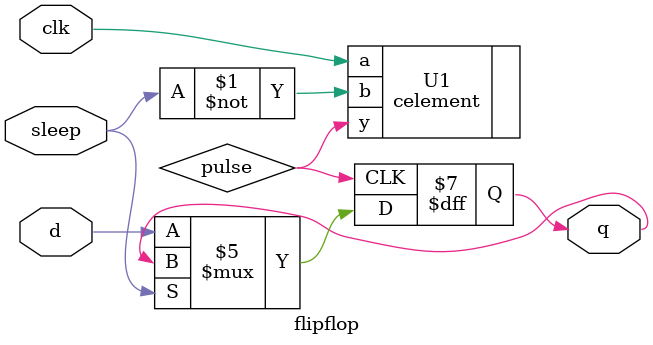
<source format=v>
module flipflop (
    input clk,
    input d,
    input sleep,         // MTCMOS sleep signal
    output reg q
);

wire pulse;

// C-element generates pulse only when needed
celement U1 (.a(clk), .b(~sleep), .y(pulse));

always @(posedge pulse) begin
    if (!sleep)
        q <= d;          // Normal operation
    else
        q <= q;          // Hold value in sleep mode (low leakage)
end

endmodule

</source>
